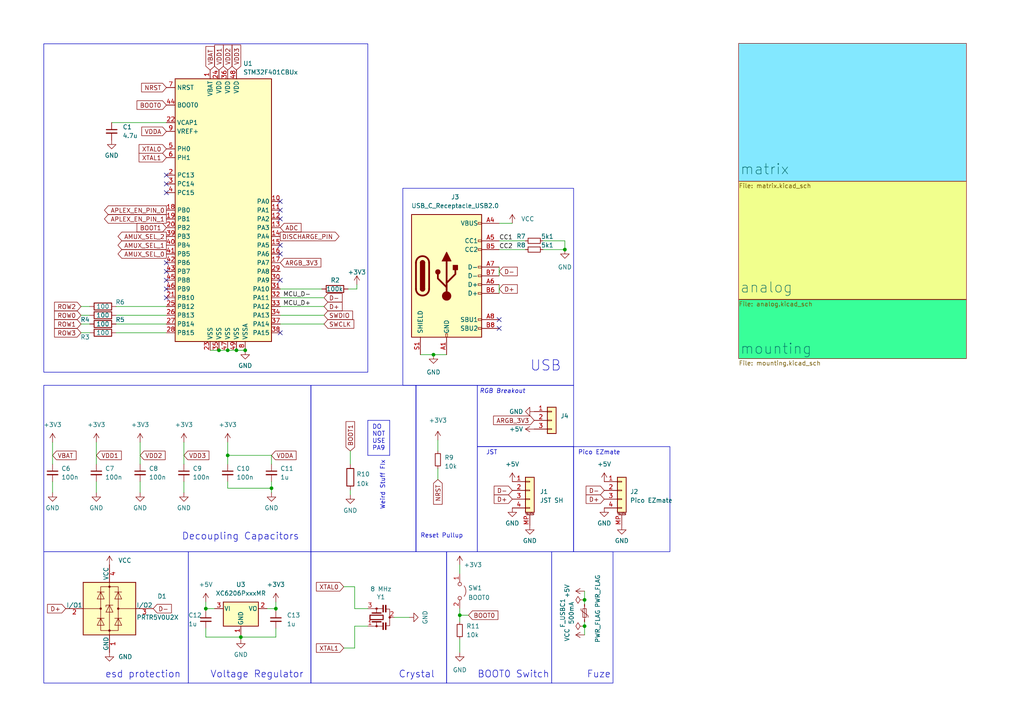
<source format=kicad_sch>
(kicad_sch (version 20231120) (generator "eeschema") (generator_version "8.0")
  (paper "A4")
  (lib_symbols
    (symbol "Connector:USB_C_Receptacle_USB2.0" (pin_names (offset 1.016))
      (property "Reference" "J" (at -10.16 19.05 0))
      (property "Value" "USB_C_Receptacle_USB2.0" (at 19.05 19.05 0))
      (symbol "USB_C_Receptacle_USB2.0_0_0"
        (rectangle (start -0.254 -17.78) (end 0.254 -16.764))
        (rectangle (start 10.16 -14.986) (end 9.144 -15.494))
        (rectangle (start 10.16 -12.446) (end 9.144 -12.954))
        (rectangle (start 10.16 -4.826) (end 9.144 -5.334))
        (rectangle (start 10.16 -2.286) (end 9.144 -2.794))
        (rectangle (start 10.16 0.254) (end 9.144 -0.254))
        (rectangle (start 10.16 2.794) (end 9.144 2.286))
        (rectangle (start 10.16 7.874) (end 9.144 7.366))
        (rectangle (start 10.16 10.414) (end 9.144 9.906))
        (rectangle (start 10.16 15.494) (end 9.144 14.986))
      )
      (symbol "USB_C_Receptacle_USB2.0_0_1"
        (rectangle (start -10.16 17.78) (end 10.16 -17.78) (stroke (width 0.254)) (fill (type background)))
        (arc (start -8.89 -3.81) (mid -6.985 -5.7067) (end -5.08 -3.81) (stroke (width 0.508)))
        (arc (start -7.62 -3.81) (mid -6.985 -4.4423) (end -6.35 -3.81) (stroke (width 0.254)))
        (arc (start -7.62 -3.81) (mid -6.985 -4.4423) (end -6.35 -3.81) (stroke (width 0.254)) (fill (type outline)))
        (rectangle (start -7.62 -3.81) (end -6.35 3.81) (stroke (width 0.254)) (fill (type outline)))
        (arc (start -6.35 3.81) (mid -6.985 4.4423) (end -7.62 3.81) (stroke (width 0.254)))
        (arc (start -6.35 3.81) (mid -6.985 4.4423) (end -7.62 3.81) (stroke (width 0.254)) (fill (type outline)))
        (arc (start -5.08 3.81) (mid -6.985 5.7067) (end -8.89 3.81) (stroke (width 0.508)))
        (circle (center -2.54 1.143) (radius 0.635) (stroke (width 0.254)) (fill (type outline)))
        (circle (center 0 -5.842) (radius 1.27) (fill (type outline)))
        (polyline (pts (xy -8.89 -3.81) (xy -8.89 3.81)) (stroke (width 0.508)))
        (polyline (pts (xy -5.08 3.81) (xy -5.08 -3.81)) (stroke (width 0.508)))
        (polyline (pts (xy 0 -5.842) (xy 0 4.318)) (stroke (width 0.508)))
        (polyline (pts (xy 0 -3.302) (xy -2.54 -0.762) (xy -2.54 0.508)) (stroke (width 0.508)))
        (polyline (pts (xy 0 -2.032) (xy 2.54 0.508) (xy 2.54 1.778)) (stroke (width 0.508)))
        (polyline (pts (xy -1.27 4.318) (xy 0 6.858) (xy 1.27 4.318) (xy -1.27 4.318)) (stroke (width 0.254)) (fill (type outline)))
        (rectangle (start 1.905 1.778) (end 3.175 3.048) (stroke (width 0.254)) (fill (type outline)))
      )
      (symbol "USB_C_Receptacle_USB2.0_1_1"
        (pin passive line (at 0 -22.86 90) (length 5.08) (name "GND") (number "A1"))
        (pin passive line (at 0 -22.86 90) (length 5.08) hide (name "GND") (number "A12"))
        (pin passive line (at 15.24 15.24 180) (length 5.08) (name "VBUS") (number "A4"))
        (pin bidirectional line (at 15.24 10.16 180) (length 5.08) (name "CC1") (number "A5"))
        (pin bidirectional line (at 15.24 -2.54 180) (length 5.08) (name "D+") (number "A6"))
        (pin bidirectional line (at 15.24 2.54 180) (length 5.08) (name "D-") (number "A7"))
        (pin bidirectional line (at 15.24 -12.7 180) (length 5.08) (name "SBU1") (number "A8"))
        (pin passive line (at 15.24 15.24 180) (length 5.08) hide (name "VBUS") (number "A9"))
        (pin passive line (at 0 -22.86 90) (length 5.08) hide (name "GND") (number "B1"))
        (pin passive line (at 0 -22.86 90) (length 5.08) hide (name "GND") (number "B12"))
        (pin passive line (at 15.24 15.24 180) (length 5.08) hide (name "VBUS") (number "B4"))
        (pin bidirectional line (at 15.24 7.62 180) (length 5.08) (name "CC2") (number "B5"))
        (pin bidirectional line (at 15.24 -5.08 180) (length 5.08) (name "D+") (number "B6"))
        (pin bidirectional line (at 15.24 0 180) (length 5.08) (name "D-") (number "B7"))
        (pin bidirectional line (at 15.24 -15.24 180) (length 5.08) (name "SBU2") (number "B8"))
        (pin passive line (at 15.24 15.24 180) (length 5.08) hide (name "VBUS") (number "B9"))
        (pin passive line (at -7.62 -22.86 90) (length 5.08) (name "SHIELD") (number "S1"))
      )
    )
    (symbol "Connector_Generic:Conn_01x03" (pin_names (offset 1.016) hide)
      (property "Reference" "J" (at 0 5.08 0))
      (property "Value" "Conn_01x03" (at 0 -5.08 0))
      (symbol "Conn_01x03_1_1"
        (rectangle (start -1.27 -2.413) (end 0 -2.667) (stroke (width 0.1524)))
        (rectangle (start -1.27 0.127) (end 0 -0.127) (stroke (width 0.1524)))
        (rectangle (start -1.27 2.667) (end 0 2.413) (stroke (width 0.1524)))
        (rectangle (start -1.27 3.81) (end 1.27 -3.81) (stroke (width 0.254)) (fill (type background)))
        (pin passive line (at -5.08 2.54 0) (length 3.81) (name "Pin_1") (number "1"))
        (pin passive line (at -5.08 0 0) (length 3.81) (name "Pin_2") (number "2"))
        (pin passive line (at -5.08 -2.54 0) (length 3.81) (name "Pin_3") (number "3"))
      )
    )
    (symbol "Connector_Generic_MountingPin:Conn_01x04_MountingPin" (pin_names (offset 1.016) hide)
      (property "Reference" "J" (at 0 5.08 0))
      (property "Value" "Conn_01x04_MountingPin" (at 1.27 -7.62 0))
      (symbol "Conn_01x04_MountingPin_1_1"
        (rectangle (start -1.27 -4.953) (end 0 -5.207) (stroke (width 0.1524)))
        (rectangle (start -1.27 -2.413) (end 0 -2.667) (stroke (width 0.1524)))
        (rectangle (start -1.27 0.127) (end 0 -0.127) (stroke (width 0.1524)))
        (rectangle (start -1.27 2.667) (end 0 2.413) (stroke (width 0.1524)))
        (rectangle (start -1.27 3.81) (end 1.27 -6.35) (stroke (width 0.254)) (fill (type background)))
        (polyline (pts (xy -1.016 -7.112) (xy 1.016 -7.112)) (stroke (width 0.1524)))
        (text "Mounting" (at 0 -6.731 0) (effects (font (size 0.381 0.381))))
        (pin passive line (at -5.08 2.54 0) (length 3.81) (name "Pin_1") (number "1"))
        (pin passive line (at -5.08 0 0) (length 3.81) (name "Pin_2") (number "2"))
        (pin passive line (at -5.08 -2.54 0) (length 3.81) (name "Pin_3") (number "3"))
        (pin passive line (at -5.08 -5.08 0) (length 3.81) (name "Pin_4") (number "4"))
        (pin passive line (at 0 -10.16 90) (length 3.048) (name "MountPin") (number "MP"))
      )
    )
    (symbol "Device:C_Small" (pin_numbers hide) (pin_names (offset 0.254) hide)
      (property "Reference" "C" (at 0.254 1.778 0))
      (property "Value" "C_Small" (at 0.254 -2.032 0))
      (symbol "C_Small_0_1"
        (polyline (pts (xy -1.524 -0.508) (xy 1.524 -0.508)) (stroke (width 0.3302)))
        (polyline (pts (xy -1.524 0.508) (xy 1.524 0.508)) (stroke (width 0.3048)))
      )
      (symbol "C_Small_1_1"
        (pin passive line (at 0 2.54 270) (length 2.032) (name "~") (number "1"))
        (pin passive line (at 0 -2.54 90) (length 2.032) (name "~") (number "2"))
      )
    )
    (symbol "Device:Polyfuse_Small" (pin_numbers hide) (pin_names (offset 0))
      (property "Reference" "F" (at -1.905 0 90))
      (property "Value" "Polyfuse_Small" (at 1.905 0 90))
      (symbol "Polyfuse_Small_0_1"
        (rectangle (start -0.508 1.27) (end 0.508 -1.27))
        (polyline (pts (xy 0 2.54) (xy 0 -2.54)))
        (polyline (pts (xy -1.016 1.27) (xy -1.016 0.762) (xy 1.016 -0.762) (xy 1.016 -1.27)))
      )
      (symbol "Polyfuse_Small_1_1"
        (pin passive line (at 0 2.54 270) (length 0.635) (name "~") (number "1"))
        (pin passive line (at 0 -2.54 90) (length 0.635) (name "~") (number "2"))
      )
    )
    (symbol "Device:R" (pin_numbers hide) (pin_names (offset 0))
      (property "Reference" "R" (at 2.032 0 90))
      (property "Value" "R" (at 0 0 90))
      (symbol "R_0_1"
        (rectangle (start -1.016 -2.54) (end 1.016 2.54) (stroke (width 0.254)))
      )
      (symbol "R_1_1"
        (pin passive line (at 0 3.81 270) (length 1.27) (name "~") (number "1"))
        (pin passive line (at 0 -3.81 90) (length 1.27) (name "~") (number "2"))
      )
    )
    (symbol "Device:R_Small" (pin_numbers hide) (pin_names (offset 0.254) hide)
      (property "Reference" "R" (at 0.762 0.508 0))
      (property "Value" "R_Small" (at 0.762 -1.016 0))
      (symbol "R_Small_0_1"
        (rectangle (start -0.762 1.778) (end 0.762 -1.778) (stroke (width 0.2032)))
      )
      (symbol "R_Small_1_1"
        (pin passive line (at 0 2.54 270) (length 0.762) (name "~") (number "1"))
        (pin passive line (at 0 -2.54 90) (length 0.762) (name "~") (number "2"))
      )
    )
    (symbol "Device:Resonator_Small" (pin_names (offset 1.016) hide)
      (property "Reference" "Y" (at 3.175 1.905 0))
      (property "Value" "Resonator_Small" (at 3.175 0 0))
      (symbol "Resonator_Small_0_1"
        (rectangle (start -3.556 -2.54) (end -1.524 -2.794) (fill (type outline)))
        (rectangle (start -3.556 -1.778) (end -1.524 -2.032) (fill (type outline)))
        (circle (center -2.54 0) (radius 0.254) (fill (type outline)))
        (rectangle (start -0.635 1.905) (end 0.635 -1.905) (stroke (width 0.3048)))
        (circle (center 0 -3.81) (radius 0.254) (fill (type outline)))
        (polyline (pts (xy -2.54 -1.778) (xy -2.54 0)))
        (polyline (pts (xy -2.54 0) (xy -1.397 0)))
        (polyline (pts (xy -2.54 1.27) (xy -2.54 0)))
        (polyline (pts (xy -1.27 -1.27) (xy -1.27 1.27)) (stroke (width 0.381)))
        (polyline (pts (xy 1.27 -1.27) (xy 1.27 1.27)) (stroke (width 0.381)))
        (polyline (pts (xy 1.27 0) (xy 2.54 0)))
        (polyline (pts (xy 2.54 0) (xy 2.54 -1.778)))
        (polyline (pts (xy 2.54 1.27) (xy 2.54 0)))
        (polyline (pts (xy 2.413 -2.794) (xy 2.413 -3.81) (xy -2.413 -3.81) (xy -2.413 -2.667)))
        (rectangle (start 1.524 -2.54) (end 3.556 -2.794) (fill (type outline)))
        (rectangle (start 1.524 -1.778) (end 3.556 -2.032) (fill (type outline)))
        (circle (center 2.54 0) (radius 0.254) (fill (type outline)))
      )
      (symbol "Resonator_Small_1_1"
        (pin passive line (at -2.54 2.54 270) (length 1.27) (name "1") (number "1"))
        (pin passive line (at 0 -5.08 90) (length 1.27) (name "2") (number "2"))
        (pin passive line (at 2.54 2.54 270) (length 1.27) (name "3") (number "3"))
      )
    )
    (symbol "GND_4" (power) (pin_names (offset 0))
      (property "Value" "GND_4" (at 0 -3.81 0))
      (symbol "GND_4_0_1"
        (polyline (pts (xy 0 0) (xy 0 -1.27) (xy 1.27 -1.27) (xy 0 -2.54) (xy -1.27 -1.27) (xy 0 -1.27)))
      )
      (symbol "GND_4_1_1"
        (pin power_in line (at 0 0 270) (length 0) hide (name "GND") (number "1"))
      )
    )
    (symbol "Jumper:Jumper_2_Open" (pin_names (offset 0) hide)
      (property "Reference" "JP" (at 0 2.794 0))
      (property "Value" "Jumper_2_Open" (at 0 -2.286 0))
      (symbol "Jumper_2_Open_0_0"
        (circle (center -2.032 0) (radius 0.508))
        (circle (center 2.032 0) (radius 0.508))
      )
      (symbol "Jumper_2_Open_0_1"
        (arc (start 1.524 1.27) (mid 0 1.778) (end -1.524 1.27))
      )
      (symbol "Jumper_2_Open_1_1"
        (pin passive line (at -5.08 0 0) (length 2.54) (name "A") (number "1"))
        (pin passive line (at 5.08 0 180) (length 2.54) (name "B") (number "2"))
      )
    )
    (symbol "MCU_ST_STM32F4:STM32F401CBUx"
      (property "Reference" "U" (at -15.24 39.37 0))
      (property "Value" "STM32F401CBUx" (at 5.08 39.37 0))
      (symbol "STM32F401CBUx_0_1"
        (rectangle (start -15.24 -38.1) (end 12.7 38.1) (stroke (width 0.254)) (fill (type background)))
      )
      (symbol "STM32F401CBUx_1_1"
        (pin power_in line (at -5.08 40.64 270) (length 2.54) (name "VBAT") (number "1"))
        (pin bidirectional line (at 15.24 2.54 180) (length 2.54) (name "PA0") (number "10"))
        (pin bidirectional line (at 15.24 0 180) (length 2.54) (name "PA1") (number "11"))
        (pin bidirectional line (at 15.24 -2.54 180) (length 2.54) (name "PA2") (number "12"))
        (pin bidirectional line (at 15.24 -5.08 180) (length 2.54) (name "PA3") (number "13"))
        (pin bidirectional line (at 15.24 -7.62 180) (length 2.54) (name "PA4") (number "14"))
        (pin bidirectional line (at 15.24 -10.16 180) (length 2.54) (name "PA5") (number "15"))
        (pin bidirectional line (at 15.24 -12.7 180) (length 2.54) (name "PA6") (number "16"))
        (pin bidirectional line (at 15.24 -15.24 180) (length 2.54) (name "PA7") (number "17"))
        (pin bidirectional line (at -17.78 0 0) (length 2.54) (name "PB0") (number "18"))
        (pin bidirectional line (at -17.78 -2.54 0) (length 2.54) (name "PB1") (number "19"))
        (pin bidirectional line (at -17.78 10.16 0) (length 2.54) (name "PC13") (number "2"))
        (pin bidirectional line (at -17.78 -5.08 0) (length 2.54) (name "PB2") (number "20"))
        (pin bidirectional line (at -17.78 -25.4 0) (length 2.54) (name "PB10") (number "21"))
        (pin power_in line (at -17.78 25.4 0) (length 2.54) (name "VCAP1") (number "22"))
        (pin power_in line (at -5.08 -40.64 90) (length 2.54) (name "VSS") (number "23"))
        (pin power_in line (at -2.54 40.64 270) (length 2.54) (name "VDD") (number "24"))
        (pin bidirectional line (at -17.78 -27.94 0) (length 2.54) (name "PB12") (number "25"))
        (pin bidirectional line (at -17.78 -30.48 0) (length 2.54) (name "PB13") (number "26"))
        (pin bidirectional line (at -17.78 -33.02 0) (length 2.54) (name "PB14") (number "27"))
        (pin bidirectional line (at -17.78 -35.56 0) (length 2.54) (name "PB15") (number "28"))
        (pin bidirectional line (at 15.24 -17.78 180) (length 2.54) (name "PA8") (number "29"))
        (pin bidirectional line (at -17.78 7.62 0) (length 2.54) (name "PC14") (number "3"))
        (pin bidirectional line (at 15.24 -20.32 180) (length 2.54) (name "PA9") (number "30"))
        (pin bidirectional line (at 15.24 -22.86 180) (length 2.54) (name "PA10") (number "31"))
        (pin bidirectional line (at 15.24 -25.4 180) (length 2.54) (name "PA11") (number "32"))
        (pin bidirectional line (at 15.24 -27.94 180) (length 2.54) (name "PA12") (number "33"))
        (pin bidirectional line (at 15.24 -30.48 180) (length 2.54) (name "PA13") (number "34"))
        (pin power_in line (at -2.54 -40.64 90) (length 2.54) (name "VSS") (number "35"))
        (pin power_in line (at 0 40.64 270) (length 2.54) (name "VDD") (number "36"))
        (pin bidirectional line (at 15.24 -33.02 180) (length 2.54) (name "PA14") (number "37"))
        (pin bidirectional line (at 15.24 -35.56 180) (length 2.54) (name "PA15") (number "38"))
        (pin bidirectional line (at -17.78 -7.62 0) (length 2.54) (name "PB3") (number "39"))
        (pin bidirectional line (at -17.78 5.08 0) (length 2.54) (name "PC15") (number "4"))
        (pin bidirectional line (at -17.78 -10.16 0) (length 2.54) (name "PB4") (number "40"))
        (pin bidirectional line (at -17.78 -12.7 0) (length 2.54) (name "PB5") (number "41"))
        (pin bidirectional line (at -17.78 -15.24 0) (length 2.54) (name "PB6") (number "42"))
        (pin bidirectional line (at -17.78 -17.78 0) (length 2.54) (name "PB7") (number "43"))
        (pin input line (at -17.78 30.48 0) (length 2.54) (name "BOOT0") (number "44"))
        (pin bidirectional line (at -17.78 -20.32 0) (length 2.54) (name "PB8") (number "45"))
        (pin bidirectional line (at -17.78 -22.86 0) (length 2.54) (name "PB9") (number "46"))
        (pin power_in line (at 0 -40.64 90) (length 2.54) (name "VSS") (number "47"))
        (pin power_in line (at 2.54 40.64 270) (length 2.54) (name "VDD") (number "48"))
        (pin power_in line (at 2.54 -40.64 90) (length 2.54) (name "VSS") (number "49"))
        (pin input line (at -17.78 17.78 0) (length 2.54) (name "PH0") (number "5"))
        (pin input line (at -17.78 15.24 0) (length 2.54) (name "PH1") (number "6"))
        (pin input line (at -17.78 35.56 0) (length 2.54) (name "NRST") (number "7"))
        (pin power_in line (at 5.08 -40.64 90) (length 2.54) (name "VSSA") (number "8"))
        (pin power_in line (at -17.78 22.86 0) (length 2.54) (name "VREF+") (number "9"))
      )
    )
    (symbol "Power_Protection:PRTR5V0U2X" (pin_names (offset 0))
      (property "Reference" "D" (at 2.794 8.636 0))
      (property "Value" "PRTR5V0U2X" (at 8.128 -9.398 0))
      (symbol "PRTR5V0U2X_0_1"
        (rectangle (start -7.62 -7.62) (end 7.62 7.62) (stroke (width 0.254)) (fill (type background)))
        (circle (center -2.54 0) (radius 0.254) (fill (type outline)))
        (rectangle (start -2.54 6.35) (end 2.54 -6.35))
        (circle (center 0 -6.35) (radius 0.254) (fill (type outline)))
        (polyline (pts (xy -2.54 0) (xy -7.62 0)))
        (polyline (pts (xy -1.524 -2.794) (xy -3.556 -2.794)))
        (polyline (pts (xy -1.524 4.826) (xy -3.556 4.826)))
        (polyline (pts (xy 0 -7.62) (xy 0 7.62)))
        (polyline (pts (xy 1.524 -2.794) (xy 3.556 -2.794)))
        (polyline (pts (xy 1.524 4.826) (xy 3.556 4.826)))
        (polyline (pts (xy 2.54 0) (xy 7.62 0)))
        (polyline (pts (xy 1.016 1.016) (xy -1.016 1.016) (xy -1.016 0.508)))
        (polyline (pts (xy -3.556 -4.826) (xy -1.524 -4.826) (xy -2.54 -2.794) (xy -3.556 -4.826)))
        (polyline (pts (xy -3.556 2.794) (xy -1.524 2.794) (xy -2.54 4.826) (xy -3.556 2.794)))
        (polyline (pts (xy -1.016 -1.016) (xy 1.016 -1.016) (xy 0 1.016) (xy -1.016 -1.016)))
        (polyline (pts (xy 3.556 -4.826) (xy 1.524 -4.826) (xy 2.54 -2.794) (xy 3.556 -4.826)))
        (polyline (pts (xy 3.556 2.794) (xy 1.524 2.794) (xy 2.54 4.826) (xy 3.556 2.794)))
        (circle (center 0 6.35) (radius 0.254) (fill (type outline)))
        (circle (center 2.54 0) (radius 0.254) (fill (type outline)))
      )
      (symbol "PRTR5V0U2X_1_1"
        (pin passive line (at 0 -12.7 90) (length 5.08) (name "GND") (number "1"))
        (pin passive line (at -12.7 0 0) (length 5.08) (name "I/O1") (number "2"))
        (pin passive line (at 12.7 0 180) (length 5.08) (name "I/O2") (number "3"))
        (pin passive line (at 0 12.7 270) (length 5.08) (name "VCC") (number "4"))
      )
    )
    (symbol "Regulator_Linear:XC6206PxxxMR" (pin_names (offset 0.254))
      (property "Reference" "U" (at -3.81 3.175 0))
      (property "Value" "XC6206PxxxMR" (at 0 3.175 0))
      (symbol "XC6206PxxxMR_0_1"
        (rectangle (start -5.08 1.905) (end 5.08 -5.08) (stroke (width 0.254)) (fill (type background)))
      )
      (symbol "XC6206PxxxMR_1_1"
        (pin power_in line (at 0 -7.62 90) (length 2.54) (name "GND") (number "1"))
        (pin power_out line (at 7.62 0 180) (length 2.54) (name "VO") (number "2"))
        (pin power_in line (at -7.62 0 0) (length 2.54) (name "VI") (number "3"))
      )
    )
    (symbol "power:+3.3V" (power) (pin_names (offset 0))
      (property "Value" "+3.3V" (at 0 3.556 0))
      (symbol "+3.3V_0_1"
        (polyline (pts (xy -0.762 1.27) (xy 0 2.54)))
        (polyline (pts (xy 0 0) (xy 0 2.54)))
        (polyline (pts (xy 0 2.54) (xy 0.762 1.27)))
      )
      (symbol "+3.3V_1_1"
        (pin power_in line (at 0 0 90) (length 0) hide (name "+3V3") (number "1"))
      )
    )
    (symbol "power:+3V3" (power) (pin_names (offset 0))
      (property "Value" "+3V3" (at 0 3.556 0))
      (symbol "+3V3_0_1"
        (polyline (pts (xy -0.762 1.27) (xy 0 2.54)))
        (polyline (pts (xy 0 0) (xy 0 2.54)))
        (polyline (pts (xy 0 2.54) (xy 0.762 1.27)))
      )
      (symbol "+3V3_1_1"
        (pin power_in line (at 0 0 90) (length 0) hide (name "+3V3") (number "1"))
      )
    )
    (symbol "power:+5V" (power) (pin_names (offset 0))
      (property "Value" "+5V" (at 0 3.556 0))
      (symbol "+5V_0_1"
        (polyline (pts (xy -0.762 1.27) (xy 0 2.54)))
        (polyline (pts (xy 0 0) (xy 0 2.54)))
        (polyline (pts (xy 0 2.54) (xy 0.762 1.27)))
      )
      (symbol "+5V_1_1"
        (pin power_in line (at 0 0 90) (length 0) hide (name "+5V") (number "1"))
      )
    )
    (symbol "power:GND" (power) (pin_names (offset 0))
      (property "Value" "GND" (at 0 -3.81 0))
      (symbol "GND_0_1"
        (polyline (pts (xy 0 0) (xy 0 -1.27) (xy 1.27 -1.27) (xy 0 -2.54) (xy -1.27 -1.27) (xy 0 -1.27)))
      )
      (symbol "GND_1_1"
        (pin power_in line (at 0 0 270) (length 0) hide (name "GND") (number "1"))
      )
    )
    (symbol "power:PWR_FLAG" (power) (pin_numbers hide) (pin_names (offset 0) hide)
      (property "Value" "PWR_FLAG" (at 0 3.81 0))
      (symbol "PWR_FLAG_0_0"
        (pin power_out line (at 0 0 90) (length 0) (name "pwr") (number "1"))
      )
      (symbol "PWR_FLAG_0_1"
        (polyline (pts (xy 0 0) (xy 0 1.27) (xy -1.016 1.905) (xy 0 2.54) (xy 1.016 1.905) (xy 0 1.27)))
      )
    )
    (symbol "power:VCC" (power) (pin_names (offset 0))
      (property "Value" "VCC" (at 0 3.81 0))
      (symbol "VCC_0_1"
        (polyline (pts (xy -0.762 1.27) (xy 0 2.54)))
        (polyline (pts (xy 0 0) (xy 0 2.54)))
        (polyline (pts (xy 0 2.54) (xy 0.762 1.27)))
      )
      (symbol "VCC_1_1"
        (pin power_in line (at 0 0 90) (length 0) hide (name "VCC") (number "1"))
      )
    )
  )
  (junction (at 125.73 102.87))
  (junction (at 66.04 101.6))
  (junction (at 163.83 72.39))
  (junction (at 68.58 101.6))
  (junction (at 80.01 176.53))
  (junction (at 78.74 141.605))
  (junction (at 63.5 101.6))
  (junction (at 59.69 176.53))
  (junction (at 133.35 178.435))
  (junction (at 66.04 132.08))
  (junction (at 169.545 181.61))
  (junction (at 71.12 101.6))
  (junction (at 169.545 173.99))
  (junction (at 69.85 184.785))
  (no_connect (at 81.28 73.66))
  (no_connect (at 48.26 53.34))
  (no_connect (at 81.28 81.28))
  (no_connect (at 48.26 83.82))
  (no_connect (at 48.26 78.74))
  (no_connect (at 81.28 58.42))
  (no_connect (at 48.26 50.8))
  (no_connect (at 144.78 92.71))
  (no_connect (at 81.28 71.12))
  (no_connect (at 48.26 81.28))
  (no_connect (at 81.28 63.5))
  (no_connect (at 81.28 60.96))
  (no_connect (at 48.26 86.36))
  (no_connect (at 144.78 95.25))
  (no_connect (at 48.26 76.2))
  (no_connect (at 81.28 96.52))
  (no_connect (at 48.26 55.88))
  (wire (pts (xy 15.24 139.7) (xy 15.24 142.875)))
  (wire (pts (xy 59.69 177.165) (xy 59.69 176.53)))
  (wire (pts (xy 59.69 176.53) (xy 62.23 176.53)))
  (wire (pts (xy 33.655 91.44) (xy 48.26 91.44)))
  (wire (pts (xy 169.545 175.26) (xy 169.545 173.99)))
  (wire (pts (xy 66.04 139.7) (xy 66.04 141.605)))
  (wire (pts (xy 144.78 64.77) (xy 148.59 64.77)))
  (wire (pts (xy 133.35 178.435) (xy 133.35 180.34)))
  (wire (pts (xy 15.24 128.27) (xy 15.24 134.62)))
  (wire (pts (xy 48.26 93.98) (xy 33.655 93.98)))
  (wire (pts (xy 99.695 187.96) (xy 102.87 187.96)))
  (wire (pts (xy 101.6 130.81) (xy 101.6 134.62)))
  (wire (pts (xy 163.83 69.85) (xy 163.83 72.39)))
  (wire (pts (xy 133.35 163.83) (xy 133.35 166.37)))
  (wire (pts (xy 127 135.89) (xy 127 139.065)))
  (wire (pts (xy 80.01 176.53) (xy 80.01 177.165)))
  (wire (pts (xy 169.545 184.15) (xy 169.545 181.61)))
  (wire (pts (xy 69.85 184.15) (xy 69.85 184.785)))
  (wire (pts (xy 78.74 141.605) (xy 78.74 142.875)))
  (wire (pts (xy 169.545 173.99) (xy 169.545 171.45)))
  (wire (pts (xy 69.85 184.785) (xy 69.85 185.42)))
  (wire (pts (xy 144.78 72.39) (xy 152.4 72.39)))
  (wire (pts (xy 127 127.635) (xy 127 130.81)))
  (wire (pts (xy 69.85 184.785) (xy 80.01 184.785)))
  (wire (pts (xy 103.505 83.82) (xy 103.505 82.55)))
  (wire (pts (xy 81.28 91.44) (xy 93.98 91.44)))
  (wire (pts (xy 133.35 176.53) (xy 133.35 178.435)))
  (wire (pts (xy 81.28 88.9) (xy 93.98 88.9)))
  (wire (pts (xy 23.495 88.9) (xy 26.035 88.9)))
  (wire (pts (xy 157.48 72.39) (xy 163.83 72.39)))
  (wire (pts (xy 133.35 178.435) (xy 135.89 178.435)))
  (wire (pts (xy 59.69 176.53) (xy 59.69 174.625)))
  (wire (pts (xy 78.74 139.7) (xy 78.74 141.605)))
  (wire (pts (xy 169.545 181.61) (xy 169.545 180.34)))
  (wire (pts (xy 77.47 176.53) (xy 80.01 176.53)))
  (wire (pts (xy 33.655 88.9) (xy 48.26 88.9)))
  (wire (pts (xy 144.78 77.47) (xy 144.78 80.01)))
  (wire (pts (xy 93.345 83.82) (xy 81.28 83.82)))
  (wire (pts (xy 53.34 139.7) (xy 53.34 142.875)))
  (wire (pts (xy 66.04 141.605) (xy 78.74 141.605)))
  (polyline (pts (xy 106.68 121.92) (xy 106.68 132.08)))
  (wire (pts (xy 78.74 132.08) (xy 78.74 134.62)))
  (wire (pts (xy 27.94 128.27) (xy 27.94 134.62)))
  (polyline (pts (xy 106.68 121.92) (xy 113.03 121.92)))
  (wire (pts (xy 23.495 91.44) (xy 26.035 91.44)))
  (wire (pts (xy 66.04 128.27) (xy 66.04 132.08)))
  (wire (pts (xy 69.85 184.785) (xy 59.69 184.785)))
  (polyline (pts (xy 106.68 132.08) (xy 113.03 132.08)))
  (polyline (pts (xy 113.03 132.08) (xy 113.03 121.92)))
  (wire (pts (xy 23.495 96.52) (xy 26.035 96.52)))
  (wire (pts (xy 106.68 176.53) (xy 102.87 176.53)))
  (wire (pts (xy 102.87 187.96) (xy 102.87 181.61)))
  (wire (pts (xy 125.73 102.87) (xy 129.54 102.87)))
  (wire (pts (xy 27.94 139.7) (xy 27.94 142.875)))
  (wire (pts (xy 101.6 142.24) (xy 101.6 143.51)))
  (wire (pts (xy 33.655 96.52) (xy 48.26 96.52)))
  (wire (pts (xy 60.96 101.6) (xy 63.5 101.6)))
  (wire (pts (xy 133.35 185.42) (xy 133.35 189.23)))
  (wire (pts (xy 66.04 132.08) (xy 78.74 132.08)))
  (wire (pts (xy 53.34 128.27) (xy 53.34 134.62)))
  (wire (pts (xy 114.3 179.07) (xy 118.745 179.07)))
  (wire (pts (xy 102.87 181.61) (xy 106.68 181.61)))
  (wire (pts (xy 40.64 139.7) (xy 40.64 142.875)))
  (wire (pts (xy 59.69 184.785) (xy 59.69 182.245)))
  (wire (pts (xy 66.04 101.6) (xy 68.58 101.6)))
  (wire (pts (xy 102.87 176.53) (xy 102.87 170.18)))
  (wire (pts (xy 100.965 83.82) (xy 103.505 83.82)))
  (wire (pts (xy 81.28 86.36) (xy 93.98 86.36)))
  (wire (pts (xy 121.92 102.87) (xy 125.73 102.87)))
  (wire (pts (xy 81.28 93.98) (xy 93.98 93.98)))
  (wire (pts (xy 32.385 35.56) (xy 48.26 35.56)))
  (wire (pts (xy 157.48 69.85) (xy 163.83 69.85)))
  (wire (pts (xy 23.495 93.98) (xy 26.035 93.98)))
  (wire (pts (xy 66.04 132.08) (xy 66.04 134.62)))
  (wire (pts (xy 99.695 170.18) (xy 102.87 170.18)))
  (wire (pts (xy 80.01 176.53) (xy 80.01 174.625)))
  (wire (pts (xy 68.58 101.6) (xy 71.12 101.6)))
  (wire (pts (xy 144.78 82.55) (xy 144.78 85.09)))
  (wire (pts (xy 80.01 184.785) (xy 80.01 182.245)))
  (wire (pts (xy 40.64 128.27) (xy 40.64 134.62)))
  (wire (pts (xy 63.5 101.6) (xy 66.04 101.6)))
  (wire (pts (xy 144.78 69.85) (xy 152.4 69.85)))
  (rectangle (start 90.17 160.02) (end 129.54 198.12))
  (rectangle (start 138.43 129.54) (end 166.37 160.02))
  (rectangle (start 90.17 111.76) (end 120.65 160.02))
  (rectangle (start 12.7 12.7) (end 106.68 107.95))
  (rectangle (start 116.84 54.61) (end 166.37 111.76))
  (rectangle (start 54.61 160.02) (end 90.17 198.12))
  (rectangle (start 129.54 160.02) (end 160.02 198.12))
  (rectangle (start 12.7 111.76) (end 90.17 160.02))
  (rectangle (start 12.7 160.02) (end 54.61 198.12))
  (rectangle (start 120.65 111.76) (end 138.43 160.02))
  (rectangle (start 160.02 160.02) (end 177.8 198.12))
  (rectangle (start 166.37 129.54) (end 194.31 160.02))
  (rectangle (start 138.43 111.76) (end 166.37 129.54))
  (text "USB" (at 153.67 107.95 0) (effects (font (size 3 3)) (justify left bottom)))
  (text "Weird Stuff FIx" (at 111.76 147.955 90) (effects (font (size 1.27 1.27)) (justify left bottom)))
  (text "DO\nNOT\nUSE\nPA9\n" (at 107.95 130.81 0) (effects (font (size 1.27 1.27)) (justify left bottom)))
  (text "Pico EZmate" (at 167.64 132.08 0) (effects (font (size 1.27 1.27)) (justify left bottom)))
  (text "Fuze\n" (at 170.18 196.85 0) (effects (font (size 2 2)) (justify left bottom)))
  (text "Decoupling Capacitors" (at 52.705 156.845 0) (effects (font (size 2 2)) (justify left bottom)))
  (text "Crystal" (at 115.57 196.85 0) (effects (font (size 2 2)) (justify left bottom)))
  (text "esd protection\n" (at 30.48 196.85 0) (effects (font (size 2 2)) (justify left bottom)))
  (text "Reset Pullup" (at 121.92 156.21 0) (effects (font (size 1.27 1.27)) (justify left bottom)))
  (text "RGB Breakout" (at 152.4 114.3 0) (effects (font (size 1.27 1.27) (italic yes)) (justify right bottom)))
  (text "JST" (at 140.97 132.08 0) (effects (font (size 1.27 1.27)) (justify left bottom)))
  (text "BOOT0 Switch" (at 138.43 196.85 0) (effects (font (size 2 2)) (justify left bottom)))
  (text "Voltage Regulator" (at 60.96 196.85 0) (effects (font (size 2 2)) (justify left bottom)))
  (label "MCU_D-" (at 90.17 86.36 180))
  (label "CC1" (at 144.78 69.85 0))
  (label "MCU_D+" (at 90.17 88.9 180))
  (label "CC2" (at 144.78 72.39 0))
  (global_label "NRST" (shape input) (at 127 139.065 270) (property "Intersheetrefs" "${INTERSHEET_REFS}" (effects (hide yes))))
  (global_label "NRST" (shape input) (at 48.26 25.4 180) (property "Intersheetrefs" "${INTERSHEET_REFS}" (effects (hide yes))))
  (global_label "D-" (shape input) (at 175.26 142.24 180) (property "Intersheetrefs" "${INTERSHEET_REFS}" (effects (hide yes))))
  (global_label "BOOT1" (shape input) (at 48.26 66.04 180) (property "Intersheetrefs" "${INTERSHEET_REFS}" (effects (hide yes))))
  (global_label "VDD1" (shape input) (at 27.94 132.08 0) (property "Intersheetrefs" "${INTERSHEET_REFS}" (effects (hide yes))))
  (global_label "D+" (shape input) (at 19.05 176.53 180) (property "Intersheetrefs" "${INTERSHEET_REFS}" (effects (hide yes))))
  (global_label "ROW0" (shape input) (at 23.495 91.44 180) (property "Intersheetrefs" "${INTERSHEET_REFS}" (effects (hide yes))))
  (global_label "D-" (shape input) (at 148.59 142.24 180) (property "Intersheetrefs" "${INTERSHEET_REFS}" (effects (hide yes))))
  (global_label "SWDIO" (shape input) (at 93.98 91.44 0) (property "Intersheetrefs" "${INTERSHEET_REFS}" (effects (hide yes))))
  (global_label "ARGB_3V3" (shape input) (at 81.28 76.2 0) (property "Intersheetrefs" "${INTERSHEET_REFS}" (effects (hide yes))))
  (global_label "D+" (shape input) (at 175.26 144.78 180) (property "Intersheetrefs" "${INTERSHEET_REFS}" (effects (hide yes))))
  (global_label "ARGB_3V3" (shape input) (at 154.94 121.92 180) (property "Intersheetrefs" "${INTERSHEET_REFS}" (effects (hide yes))))
  (global_label "APLEX_EN_PIN_0" (shape output) (at 48.26 60.96 180) (property "Intersheetrefs" "${INTERSHEET_REFS}" (effects (hide yes))))
  (global_label "BOOT0" (shape input) (at 48.26 30.48 180) (property "Intersheetrefs" "${INTERSHEET_REFS}" (effects (hide yes))))
  (global_label "ADC" (shape input) (at 81.28 66.04 0) (property "Intersheetrefs" "${INTERSHEET_REFS}" (effects (hide yes))))
  (global_label "VDD2" (shape input) (at 40.64 132.08 0) (property "Intersheetrefs" "${INTERSHEET_REFS}" (effects (hide yes))))
  (global_label "D-" (shape input) (at 144.78 78.74 0) (property "Intersheetrefs" "${INTERSHEET_REFS}" (effects (hide yes))))
  (global_label "AMUX_SEL_1" (shape output) (at 48.26 71.12 180) (property "Intersheetrefs" "${INTERSHEET_REFS}" (effects (hide yes))))
  (global_label "VDD3" (shape input) (at 53.34 132.08 0) (property "Intersheetrefs" "${INTERSHEET_REFS}" (effects (hide yes))))
  (global_label "ROW1" (shape input) (at 23.495 93.98 180) (property "Intersheetrefs" "${INTERSHEET_REFS}" (effects (hide yes))))
  (global_label "ROW3" (shape input) (at 23.495 96.52 180) (property "Intersheetrefs" "${INTERSHEET_REFS}" (effects (hide yes))))
  (global_label "XTAL1" (shape input) (at 99.695 187.96 180) (property "Intersheetrefs" "${INTERSHEET_REFS}" (effects (hide yes))))
  (global_label "AMUX_SEL_2" (shape output) (at 48.26 68.58 180) (property "Intersheetrefs" "${INTERSHEET_REFS}" (effects (hide yes))))
  (global_label "VDDA" (shape input) (at 48.26 38.1 180) (property "Intersheetrefs" "${INTERSHEET_REFS}" (effects (hide yes))))
  (global_label "D+" (shape input) (at 148.59 144.78 180) (property "Intersheetrefs" "${INTERSHEET_REFS}" (effects (hide yes))))
  (global_label "VDD3" (shape input) (at 68.58 20.32 90) (property "Intersheetrefs" "${INTERSHEET_REFS}" (effects (hide yes))))
  (global_label "VDD1" (shape input) (at 63.5 20.32 90) (property "Intersheetrefs" "${INTERSHEET_REFS}" (effects (hide yes))))
  (global_label "D-" (shape input) (at 44.45 176.53 0) (property "Intersheetrefs" "${INTERSHEET_REFS}" (effects (hide yes))))
  (global_label "VBAT" (shape input) (at 60.96 20.32 90) (property "Intersheetrefs" "${INTERSHEET_REFS}" (effects (hide yes))))
  (global_label "D+" (shape input) (at 144.78 83.82 0) (property "Intersheetrefs" "${INTERSHEET_REFS}" (effects (hide yes))))
  (global_label "XTAL0" (shape input) (at 48.26 43.18 180) (property "Intersheetrefs" "${INTERSHEET_REFS}" (effects (hide yes))))
  (global_label "XTAL1" (shape input) (at 48.26 45.72 180) (property "Intersheetrefs" "${INTERSHEET_REFS}" (effects (hide yes))))
  (global_label "D+" (shape input) (at 93.98 88.9 0) (property "Intersheetrefs" "${INTERSHEET_REFS}" (effects (hide yes))))
  (global_label "SWCLK" (shape input) (at 93.98 93.98 0) (property "Intersheetrefs" "${INTERSHEET_REFS}" (effects (hide yes))))
  (global_label "XTAL0" (shape input) (at 99.695 170.18 180) (property "Intersheetrefs" "${INTERSHEET_REFS}" (effects (hide yes))))
  (global_label "D-" (shape input) (at 93.98 86.36 0) (property "Intersheetrefs" "${INTERSHEET_REFS}" (effects (hide yes))))
  (global_label "BOOT0" (shape input) (at 135.89 178.435 0) (property "Intersheetrefs" "${INTERSHEET_REFS}" (effects (hide yes))))
  (global_label "VDD2" (shape input) (at 66.04 20.32 90) (property "Intersheetrefs" "${INTERSHEET_REFS}" (effects (hide yes))))
  (global_label "VDDA" (shape input) (at 78.74 132.08 0) (property "Intersheetrefs" "${INTERSHEET_REFS}" (effects (hide yes))))
  (global_label "DISCHARGE_PIN" (shape output) (at 81.28 68.58 0) (property "Intersheetrefs" "${INTERSHEET_REFS}" (effects (hide yes))))
  (global_label "APLEX_EN_PIN_1" (shape output) (at 48.26 63.5 180) (property "Intersheetrefs" "${INTERSHEET_REFS}" (effects (hide yes))))
  (global_label "ROW2" (shape input) (at 23.495 88.9 180) (property "Intersheetrefs" "${INTERSHEET_REFS}" (effects (hide yes))))
  (global_label "AMUX_SEL_0" (shape output) (at 48.26 73.66 180) (property "Intersheetrefs" "${INTERSHEET_REFS}" (effects (hide yes))))
  (global_label "VBAT" (shape input) (at 15.24 132.08 0) (property "Intersheetrefs" "${INTERSHEET_REFS}" (effects (hide yes))))
  (global_label "BOOT1" (shape input) (at 101.6 130.81 90) (property "Intersheetrefs" "${INTERSHEET_REFS}" (effects (hide yes))))
  (symbol (lib_id "Device:Resonator_Small") (at 109.22 179.07 90) (unit 1)
    (property "Reference" "Y1" (at 110.49 173.1518 90))
    (property "Value" "8 MHz" (at 110.49 170.8404 90))
    (property "Footprint" "Crystal:Resonator_SMD_Murata_CSTxExxV-3Pin_3.0x1.1mm" (effects (hide yes)))
    (property "LCSC" "C907975" (effects (hide yes)))
  )
  (symbol (lib_id "power:GND") (at 175.26 147.32 0) (unit 1)
    (property "Reference" "#PWR06" (effects (hide yes)))
    (property "Value" "GND" (at 175.26 151.7634 0))
  )
  (symbol (lib_id "power:VCC") (at 148.59 64.77 0) (unit 1)
    (property "Reference" "#PWR011" (effects (hide yes)))
    (property "Value" "VCC" (at 151.13 63.4999 0) (effects (justify left)))
  )
  (symbol (lib_id "Device:R") (at 29.845 88.9 90) (unit 1)
    (property "Reference" "R6" (at 36.195 87.63 90) (effects (justify left)))
    (property "Value" "100" (at 31.75 88.9 90) (effects (justify left)))
    (property "Footprint" "Resistor_SMD:R_0402_1005Metric" (effects (hide yes)))
    (property "LCSC" "C25076" (effects (hide yes)))
  )
  (symbol (lib_id "Device:C_Small") (at 40.64 137.16 0) (unit 1)
    (property "Reference" "C8" (at 43.18 135.8962 0) (effects (justify left)))
    (property "Value" "100n" (at 43.18 138.4362 0) (effects (justify left)))
    (property "Footprint" "Capacitor_SMD:C_0402_1005Metric" (effects (hide yes)))
  )
  (symbol (lib_id "power:+3V3") (at 66.04 128.27 0) (unit 1)
    (property "Reference" "#PWR019" (effects (hide yes)))
    (property "Value" "+3V3" (at 66.04 123.19 0))
  )
  (symbol (lib_id "Device:C_Small") (at 27.94 137.16 0) (unit 1)
    (property "Reference" "C7" (at 30.48 135.8962 0) (effects (justify left)))
    (property "Value" "100n" (at 30.48 138.4362 0) (effects (justify left)))
    (property "Footprint" "Capacitor_SMD:C_0402_1005Metric" (effects (hide yes)))
  )
  (symbol (lib_id "power:+3.3V") (at 103.505 82.55 0) (unit 1)
    (property "Reference" "#PWR02" (effects (hide yes)))
    (property "Value" "+3V3" (at 103.505 78.9455 0))
  )
  (symbol (lib_name "GND_4") (lib_id "power:GND") (at 125.73 102.87 0) (unit 1)
    (property "Reference" "#PWR032" (effects (hide yes)))
    (property "Value" "GND" (at 125.73 107.95 0))
  )
  (symbol (lib_id "Connector_Generic:Conn_01x03") (at 160.02 121.92 0) (unit 1) (in_bom no)
    (property "Reference" "J4" (at 162.56 120.65 0) (effects (justify left)))
    (property "Value" "ARGB" (effects (hide yes)))
    (property "Footprint" "Connector_PinHeader_2.54mm:PinHeader_1x03_P2.54mm_Vertical" (effects (hide yes)))
  )
  (symbol (lib_id "power:GND") (at 15.24 142.875 0) (unit 1)
    (property "Reference" "#PWR024" (effects (hide yes)))
    (property "Value" "GND" (at 15.24 147.32 0))
  )
  (symbol (lib_id "Device:R") (at 29.845 93.98 90) (unit 1)
    (property "Reference" "R5" (at 36.195 92.71 90) (effects (justify left)))
    (property "Value" "100" (at 31.75 93.98 90) (effects (justify left)))
    (property "Footprint" "Resistor_SMD:R_0402_1005Metric" (effects (hide yes)))
    (property "LCSC" "C25076" (effects (hide yes)))
  )
  (symbol (lib_id "Device:R_Small") (at 154.94 69.85 90) (unit 1)
    (property "Reference" "R7" (at 151.13 68.58 90))
    (property "Value" "5k1" (at 158.75 68.58 90))
    (property "Footprint" "Resistor_SMD:R_0402_1005Metric" (effects (hide yes)))
    (property "LCSC" "C25905" (effects (hide yes)))
  )
  (symbol (lib_id "Device:C_Small") (at 80.01 179.705 0) (unit 1)
    (property "Reference" "C13" (at 83.185 178.4412 0) (effects (justify left)))
    (property "Value" "1u" (at 83.185 180.9812 0) (effects (justify left)))
    (property "Footprint" "Capacitor_SMD:C_0402_1005Metric" (effects (hide yes)))
  )
  (symbol (lib_id "power:PWR_FLAG") (at 169.545 181.61 90) (unit 1)
    (property "Reference" "#FLG02" (effects (hide yes)))
    (property "Value" "PWR_FLAG" (at 173.355 181.61 0))
  )
  (symbol (lib_id "power:+5V") (at 175.26 139.7 0) (unit 1)
    (property "Reference" "#PWR04" (effects (hide yes)))
    (property "Value" "+5V" (at 175.26 134.62 0))
  )
  (symbol (lib_id "power:VCC") (at 169.545 184.15 90) (unit 1)
    (property "Reference" "#PWR039" (effects (hide yes)))
    (property "Value" "VCC" (at 164.465 184.15 0))
  )
  (symbol (lib_id "power:VCC") (at 31.75 163.83 0) (unit 1)
    (property "Reference" "#PWR033" (effects (hide yes)))
    (property "Value" "VCC" (at 34.29 162.5599 0) (effects (justify left)))
  )
  (symbol (lib_id "power:+3V3") (at 133.35 163.83 0) (unit 1)
    (property "Reference" "#PWR034" (effects (hide yes)))
    (property "Value" "+3V3" (at 137.16 163.83 0))
  )
  (symbol (lib_id "power:GND") (at 101.6 143.51 0) (unit 1)
    (property "Reference" "#PWR029" (effects (hide yes)))
    (property "Value" "GND" (at 101.6 148.0725 0))
  )
  (symbol (lib_id "power:GND") (at 180.34 152.4 0) (unit 1)
    (property "Reference" "#PWR08" (effects (hide yes)))
    (property "Value" "GND" (at 180.34 156.8434 0))
  )
  (symbol (lib_id "power:GND") (at 32.385 40.64 0) (unit 1)
    (property "Reference" "#PWR01" (effects (hide yes)))
    (property "Value" "GND" (at 32.385 45.085 0))
  )
  (symbol (lib_id "power:+5V") (at 59.69 174.625 0) (unit 1)
    (property "Reference" "#PWR036" (effects (hide yes)))
    (property "Value" "+5V" (at 59.69 169.545 0))
  )
  (symbol (lib_id "power:+5V") (at 154.94 124.46 90) (unit 1)
    (property "Reference" "#PWR023" (effects (hide yes)))
    (property "Value" "+5V" (at 151.765 124.46 90) (effects (justify left)))
  )
  (symbol (lib_id "Regulator_Linear:XC6206PxxxMR") (at 69.85 176.53 0) (unit 1)
    (property "Reference" "U3" (at 69.85 169.545 0))
    (property "Value" "XC6206PxxxMR" (at 69.85 172.085 0))
    (property "Footprint" "Package_TO_SOT_SMD:SOT-23" (effects (hide yes)))
    (property "Datasheet" "https://www.torexsemi.com/file/xc6206/XC6206.pdf" (effects (hide yes)))
  )
  (symbol (lib_id "power:GND") (at 154.94 119.38 270) (unit 1)
    (property "Reference" "#PWR021" (effects (hide yes)))
    (property "Value" "GND" (at 151.765 119.38 90) (effects (justify right)))
  )
  (symbol (lib_id "Device:C_Small") (at 15.24 137.16 0) (unit 1)
    (property "Reference" "C6" (at 17.78 135.8962 0) (effects (justify left)))
    (property "Value" "100n" (at 17.78 138.4362 0) (effects (justify left)))
    (property "Footprint" "Capacitor_SMD:C_0402_1005Metric" (effects (hide yes)))
  )
  (symbol (lib_id "Connector:USB_C_Receptacle_USB2.0") (at 129.54 80.01 0) (unit 1)
    (property "Reference" "J3" (at 132.0165 57.15 0))
    (property "Value" "USB_C_Receptacle_USB2.0" (at 132.0165 59.69 0))
    (property "Footprint" "Connector_USB:USB_C_Receptacle_HRO_TYPE-C-31-M-12" (effects (hide yes)))
    (property "Datasheet" "https://www.usb.org/sites/default/files/documents/usb_type-c.zip" (effects (hide yes)))
    (property "LCSC" "C165948" (effects (hide yes)))
  )
  (symbol (lib_id "power:GND") (at 118.745 179.07 90) (unit 1)
    (property "Reference" "#PWR038" (effects (hide yes)))
    (property "Value" "GND" (at 123.3075 179.07 0))
  )
  (symbol (lib_id "power:GND") (at 27.94 142.875 0) (unit 1)
    (property "Reference" "#PWR025" (effects (hide yes)))
    (property "Value" "GND" (at 27.94 147.32 0))
  )
  (symbol (lib_id "Device:R_Small") (at 127 133.35 0) (unit 1)
    (property "Reference" "R9" (at 128.905 132.715 0) (effects (justify left)))
    (property "Value" "10k" (at 128.905 135.255 0) (effects (justify left)))
    (property "Footprint" "Resistor_SMD:R_0402_1005Metric" (effects (hide yes)))
  )
  (symbol (lib_id "power:+5V") (at 169.545 171.45 90) (unit 1)
    (property "Reference" "#PWR035" (effects (hide yes)))
    (property "Value" "+5V" (at 164.465 171.45 0))
  )
  (symbol (lib_id "Device:C_Small") (at 32.385 38.1 0) (unit 1)
    (property "Reference" "C1" (at 35.56 36.8362 0) (effects (justify left)))
    (property "Value" "4.7u" (at 35.56 39.3762 0) (effects (justify left)))
    (property "Footprint" "Capacitor_SMD:C_0402_1005Metric" (effects (hide yes)))
  )
  (symbol (lib_id "power:GND") (at 31.75 189.23 0) (unit 1)
    (property "Reference" "#PWR041" (effects (hide yes)))
    (property "Value" "GND" (at 34.29 190.4999 0) (effects (justify left)))
  )
  (symbol (lib_id "MCU_ST_STM32F4:STM32F401CBUx") (at 66.04 60.96 0) (unit 1)
    (property "Reference" "U1" (at 70.5359 18.415 0) (effects (justify left)))
    (property "Value" "STM32F401CBUx" (at 70.5359 20.955 0) (effects (justify left)))
    (property "Footprint" "Package_DFN_QFN:QFN-48-1EP_7x7mm_P0.5mm_EP5.6x5.6mm" (effects (hide yes)))
    (property "Datasheet" "http://www.st.com/st-web-ui/static/active/en/resource/technical/document/datasheet/DM00086815.pdf" (effects (hide yes)))
    (property "LCSC" "C118825" (effects (hide yes)))
  )
  (symbol (lib_id "Connector_Generic_MountingPin:Conn_01x04_MountingPin") (at 180.34 142.24 0) (unit 1)
    (property "Reference" "J2" (at 182.753 142.5955 0) (effects (justify left)))
    (property "Value" "Pico EZmate" (at 182.753 145.1355 0) (effects (justify left)))
    (property "Footprint" "Connector_Molex:Molex_Pico-EZmate_78171-0004_1x04-1MP_P1.20mm_Vertical" (effects (hide yes)))
  )
  (symbol (lib_id "Device:C_Small") (at 59.69 179.705 0) (unit 1)
    (property "Reference" "C12" (at 54.61 178.435 0) (effects (justify left)))
    (property "Value" "1u" (at 54.61 180.975 0) (effects (justify left)))
    (property "Footprint" "Capacitor_SMD:C_0402_1005Metric" (effects (hide yes)))
  )
  (symbol (lib_id "power:+3V3") (at 27.94 128.27 0) (unit 1)
    (property "Reference" "#PWR016" (effects (hide yes)))
    (property "Value" "+3V3" (at 27.94 123.19 0))
  )
  (symbol (lib_id "power:+3V3") (at 15.24 128.27 0) (unit 1)
    (property "Reference" "#PWR015" (effects (hide yes)))
    (property "Value" "+3V3" (at 15.24 123.19 0))
  )
  (symbol (lib_id "power:GND") (at 148.59 147.32 0) (unit 1)
    (property "Reference" "#PWR05" (effects (hide yes)))
    (property "Value" "GND" (at 148.59 151.7634 0))
  )
  (symbol (lib_id "Power_Protection:PRTR5V0U2X") (at 31.75 176.53 0) (unit 1)
    (property "Reference" "D1" (at 46.99 172.9486 0))
    (property "Value" "PRTR5V0U2X" (at 45.72 179.07 0))
    (property "Footprint" "Package_TO_SOT_SMD:SOT-143" (effects (hide yes)))
    (property "Datasheet" "https://assets.nexperia.com/documents/data-sheet/PRTR5V0U2X.pdf" (effects (hide yes)))
  )
  (symbol (lib_id "Device:C_Small") (at 53.34 137.16 0) (unit 1)
    (property "Reference" "C9" (at 55.88 135.8962 0) (effects (justify left)))
    (property "Value" "100n" (at 55.88 138.4362 0) (effects (justify left)))
    (property "Footprint" "Capacitor_SMD:C_0402_1005Metric" (effects (hide yes)))
  )
  (symbol (lib_id "Device:Polyfuse_Small") (at 169.545 177.8 180) (unit 1)
    (property "Reference" "F_USBC1" (at 163.195 177.8 90))
    (property "Value" "500mA" (at 165.735 177.8 90))
    (property "Footprint" "Fuse:Fuse_1206_3216Metric" (effects (hide yes)))
  )
  (symbol (lib_id "Device:R") (at 29.845 96.52 90) (unit 1)
    (property "Reference" "R3" (at 26.035 97.79 90) (effects (justify left)))
    (property "Value" "100" (at 31.75 96.52 90) (effects (justify left)))
    (property "Footprint" "Resistor_SMD:R_0402_1005Metric" (effects (hide yes)))
    (property "LCSC" "C25076" (effects (hide yes)))
  )
  (symbol (lib_id "power:+3V3") (at 40.64 128.27 0) (unit 1)
    (property "Reference" "#PWR017" (effects (hide yes)))
    (property "Value" "+3V3" (at 40.64 123.19 0))
  )
  (symbol (lib_id "Jumper:Jumper_2_Open") (at 133.35 171.45 270) (unit 1)
    (property "Reference" "SW1" (at 135.763 170.5415 90) (effects (justify left)))
    (property "Value" "BOOT0" (at 135.763 173.3166 90) (effects (justify left)))
    (property "Footprint" "Connector_PinHeader_2.54mm:PinHeader_1x02_P2.54mm_Vertical" (effects (hide yes)))
  )
  (symbol (lib_id "Device:R") (at 101.6 138.43 180) (unit 1)
    (property "Reference" "R10" (at 103.378 137.5215 0) (effects (justify right)))
    (property "Value" "10k" (at 103.378 140.2966 0) (effects (justify right)))
    (property "Footprint" "Resistor_SMD:R_0402_1005Metric" (effects (hide yes)))
    (property "LCSC" "C25744" (effects (hide yes)))
  )
  (symbol (lib_id "Device:R_Small") (at 154.94 72.39 90) (unit 1)
    (property "Reference" "R8" (at 151.13 71.12 90))
    (property "Value" "5k1" (at 158.75 71.12 90))
    (property "Footprint" "Resistor_SMD:R_0402_1005Metric" (effects (hide yes)))
    (property "LCSC" "C25905" (effects (hide yes)))
  )
  (symbol (lib_id "power:+5V") (at 148.59 139.7 0) (unit 1)
    (property "Reference" "#PWR03" (effects (hide yes)))
    (property "Value" "+5V" (at 148.59 134.62 0))
  )
  (symbol (lib_id "Device:C_Small") (at 66.04 137.16 0) (unit 1)
    (property "Reference" "C10" (at 68.58 135.8962 0) (effects (justify left)))
    (property "Value" "100n" (at 68.58 138.4362 0) (effects (justify left)))
    (property "Footprint" "Capacitor_SMD:C_0402_1005Metric" (effects (hide yes)))
  )
  (symbol (lib_id "Device:R_Small") (at 133.35 182.88 0) (unit 1)
    (property "Reference" "R11" (at 135.255 181.6099 0) (effects (justify left)))
    (property "Value" "10k" (at 135.255 184.1499 0) (effects (justify left)))
    (property "Footprint" "Resistor_SMD:R_0402_1005Metric" (effects (hide yes)))
  )
  (symbol (lib_id "power:+3V3") (at 127 127.635 0) (unit 1)
    (property "Reference" "#PWR020" (effects (hide yes)))
    (property "Value" "+3V3" (at 127 121.92 0))
  )
  (symbol (lib_id "power:GND") (at 71.12 101.6 0) (unit 1)
    (property "Reference" "#PWR09" (effects (hide yes)))
    (property "Value" "GND" (at 71.12 106.045 0))
  )
  (symbol (lib_id "power:PWR_FLAG") (at 169.545 173.99 90) (unit 1)
    (property "Reference" "#FLG01" (effects (hide yes)))
    (property "Value" "PWR_FLAG" (at 173.355 171.45 0))
  )
  (symbol (lib_id "Device:R") (at 29.845 91.44 90) (unit 1)
    (property "Reference" "R4" (at 26.035 92.71 90) (effects (justify left)))
    (property "Value" "100" (at 31.75 91.44 90) (effects (justify left)))
    (property "Footprint" "Resistor_SMD:R_0402_1005Metric" (effects (hide yes)))
    (property "LCSC" "C25076" (effects (hide yes)))
  )
  (symbol (lib_id "power:GND") (at 69.85 185.42 0) (unit 1)
    (property "Reference" "#PWR040" (effects (hide yes)))
    (property "Value" "GND" (at 69.85 189.865 0))
  )
  (symbol (lib_id "power:+3V3") (at 53.34 128.27 0) (unit 1)
    (property "Reference" "#PWR018" (effects (hide yes)))
    (property "Value" "+3V3" (at 53.34 123.19 0))
  )
  (symbol (lib_id "power:GND") (at 78.74 142.875 0) (unit 1)
    (property "Reference" "#PWR028" (effects (hide yes)))
    (property "Value" "GND" (at 78.74 147.32 0))
  )
  (symbol (lib_id "Device:R") (at 97.155 83.82 90) (unit 1)
    (property "Reference" "R2" (at 95.885 81.28 90) (effects (justify right)))
    (property "Value" "100k" (at 94.615 83.82 90) (effects (justify right)))
    (property "Footprint" "Resistor_SMD:R_0402_1005Metric" (effects (hide yes)))
    (property "LCSC" "C25741" (effects (hide yes)))
  )
  (symbol (lib_id "power:GND") (at 133.35 189.23 0) (unit 1)
    (property "Reference" "#PWR042" (effects (hide yes)))
    (property "Value" "GND" (at 133.35 194.31 0))
  )
  (symbol (lib_id "Device:C_Small") (at 78.74 137.16 0) (unit 1)
    (property "Reference" "C11" (at 81.28 135.8962 0) (effects (justify left)))
    (property "Value" "1u" (at 81.28 138.4362 0) (effects (justify left)))
    (property "Footprint" "Capacitor_SMD:C_0402_1005Metric" (effects (hide yes)))
  )
  (symbol (lib_id "power:GND") (at 163.83 72.39 0) (unit 1)
    (property "Reference" "#PWR013" (effects (hide yes)))
    (property "Value" "GND" (at 163.83 77.47 0))
  )
  (symbol (lib_id "power:+3V3") (at 80.01 174.625 0) (unit 1)
    (property "Reference" "#PWR037" (effects (hide yes)))
    (property "Value" "+3V3" (at 80.01 169.545 0))
  )
  (symbol (lib_id "Connector_Generic_MountingPin:Conn_01x04_MountingPin") (at 153.67 142.24 0) (unit 1)
    (property "Reference" "J1" (at 156.591 142.5955 0) (effects (justify left)))
    (property "Value" "JST SH" (at 156.591 145.1355 0) (effects (justify left)))
    (property "Footprint" "Connector_JST:JST_SH_SM04B-SRSS-TB_1x04-1MP_P1.00mm_Horizontal" (effects (hide yes)))
  )
  (symbol (lib_id "power:GND") (at 53.34 142.875 0) (unit 1)
    (property "Reference" "#PWR027" (effects (hide yes)))
    (property "Value" "GND" (at 53.34 147.32 0))
  )
  (symbol (lib_id "power:GND") (at 153.67 152.4 0) (unit 1)
    (property "Reference" "#PWR07" (effects (hide yes)))
    (property "Value" "GND" (at 153.67 156.8434 0))
  )
  (symbol (lib_id "power:GND") (at 40.64 142.875 0) (unit 1)
    (property "Reference" "#PWR026" (effects (hide yes)))
    (property "Value" "GND" (at 40.64 147.32 0))
  )
  (sheet (at 214.249 52.578) (size 66.04 34.29) (stroke (width 0.1524)) (fill (color 241 255 141 1.0000))
    (property "Sheetname" "analog" (at 214.63 85.09 0) (effects (font (size 3 3)) (justify left bottom)))
    (property "Sheetfile" "analog.kicad_sch" (at 214.249 87.4526 0) (effects (justify left top)))
  )
  (sheet (at 214.249 86.868) (size 66.04 17.145) (stroke (width 0.1524)) (fill (color 56 255 153 1.0000))
    (property "Sheetname" "mounting" (at 214.63 102.87 0) (effects (font (size 3 3)) (justify left bottom)))
    (property "Sheetfile" "mounting.kicad_sch" (at 214.249 104.5976 0) (effects (justify left top)))
  )
  (sheet (at 214.249 12.573) (size 66.04 40.005) (stroke (width 0.1524)) (fill (color 131 232 255 1.0000))
    (property "Sheetname" "matrix" (at 214.63 50.8 0) (effects (font (size 3 3)) (justify left bottom)))
    (property "Sheetfile" "matrix.kicad_sch" (at 214.249 53.1626 0) (effects (justify left top)))
  )
)
</source>
